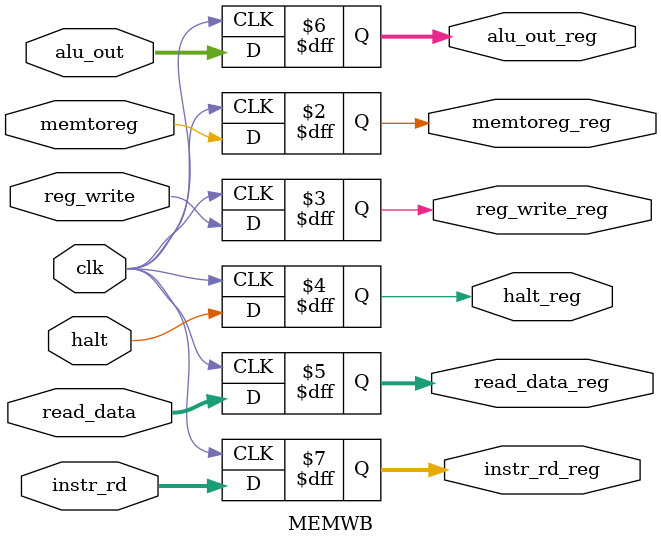
<source format=v>
`timescale 1ns / 100 ps

module MEMWB(clk, memtoreg, reg_write, read_data, alu_out, instr_rd, halt,
					memtoreg_reg, reg_write_reg, read_data_reg, alu_out_reg, instr_rd_reg, halt_reg);
					
	input clk, memtoreg, reg_write, halt;
	input[15:0] alu_out, read_data;
	input[2:0] instr_rd;
	output memtoreg_reg, reg_write_reg, halt_reg;
	output[15:0] read_data_reg, alu_out_reg;
	output[2:0] instr_rd_reg;

	reg memtoreg_reg, reg_write_reg, halt_reg;
	reg[15:0] read_data_reg, alu_out_reg;
	reg[2:0] instr_rd_reg;
	
//	initial
//	begin
//		memtoreg_reg <= 0;
//		reg_write_reg <= 0;
//		read_data_reg <= 0;
//		alu_out_reg <= 0;
//		instr_rd_reg <= 0;
//	end
	
	always@(posedge clk)
	begin
		memtoreg_reg <= memtoreg;
		reg_write_reg <= reg_write;
		read_data_reg <= read_data;
		alu_out_reg <= alu_out;
		instr_rd_reg <= instr_rd;
		halt_reg <= halt;
	end
endmodule

</source>
